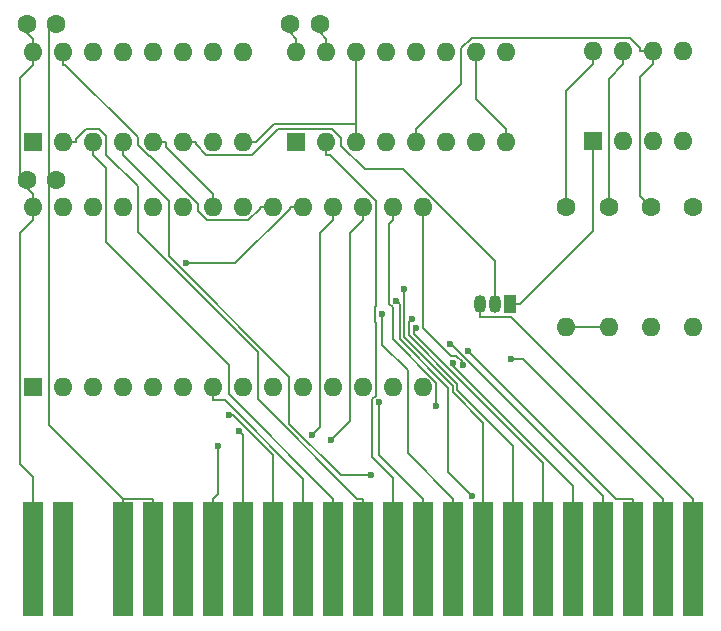
<source format=gbr>
%TF.GenerationSoftware,KiCad,Pcbnew,8.0.2*%
%TF.CreationDate,2024-05-18T23:24:33+02:00*%
%TF.ProjectId,zx81-external-eprom,7a783831-2d65-4787-9465-726e616c2d65,rev?*%
%TF.SameCoordinates,Original*%
%TF.FileFunction,Copper,L2,Bot*%
%TF.FilePolarity,Positive*%
%FSLAX46Y46*%
G04 Gerber Fmt 4.6, Leading zero omitted, Abs format (unit mm)*
G04 Created by KiCad (PCBNEW 8.0.2) date 2024-05-18 23:24:33*
%MOMM*%
%LPD*%
G01*
G04 APERTURE LIST*
%TA.AperFunction,ComponentPad*%
%ADD10C,1.600000*%
%TD*%
%TA.AperFunction,ComponentPad*%
%ADD11O,1.600000X1.600000*%
%TD*%
%TA.AperFunction,ConnectorPad*%
%ADD12R,1.778000X9.620000*%
%TD*%
%TA.AperFunction,ComponentPad*%
%ADD13R,1.600000X1.600000*%
%TD*%
%TA.AperFunction,ComponentPad*%
%ADD14R,1.050000X1.500000*%
%TD*%
%TA.AperFunction,ComponentPad*%
%ADD15O,1.050000X1.500000*%
%TD*%
%TA.AperFunction,ViaPad*%
%ADD16C,0.600000*%
%TD*%
%TA.AperFunction,Conductor*%
%ADD17C,0.200000*%
%TD*%
G04 APERTURE END LIST*
D10*
%TO.P,R1,1*%
%TO.N,Net-(U3-I0b)*%
X101980000Y-52870000D03*
D11*
%TO.P,R1,2*%
%TO.N,GND*%
X101980000Y-63030000D03*
%TD*%
D10*
%TO.P,C3,1*%
%TO.N,+5V*%
X71443300Y-37360000D03*
%TO.P,C3,2*%
%TO.N,GND*%
X73943300Y-37360000D03*
%TD*%
D12*
%TO.P,J1,A3,+5Vcc*%
%TO.N,+5V*%
X49694600Y-82670000D03*
%TO.P,J1,A4,+9Vcc*%
%TO.N,unconnected-(J1-+9Vcc-PadA4)*%
X52234600Y-82670000D03*
%TO.P,J1,A6,GND*%
%TO.N,GND*%
X57314600Y-82670000D03*
%TO.P,J1,A7,GND*%
X59854600Y-82670000D03*
%TO.P,J1,A8,CLOCK*%
%TO.N,unconnected-(J1-CLOCK-PadA8)*%
X62394600Y-82670000D03*
%TO.P,J1,A9,A0*%
%TO.N,A0*%
X64934600Y-82670000D03*
%TO.P,J1,A10,A1*%
%TO.N,A1*%
X67474600Y-82670000D03*
%TO.P,J1,A11,A2*%
%TO.N,A2*%
X70014600Y-82670000D03*
%TO.P,J1,A12,A3*%
%TO.N,A3*%
X72554600Y-82670000D03*
%TO.P,J1,A13,A15*%
%TO.N,A15*%
X75094600Y-82670000D03*
%TO.P,J1,A14,A14*%
%TO.N,A14*%
X77634600Y-82670000D03*
%TO.P,J1,A15,A13*%
%TO.N,Net-(J1-A13)*%
X80174600Y-82670000D03*
%TO.P,J1,A16,A12*%
%TO.N,A12*%
X82714600Y-82670000D03*
%TO.P,J1,A17,A11*%
%TO.N,A11*%
X85254600Y-82670000D03*
%TO.P,J1,A18,A10*%
%TO.N,A10*%
X87794600Y-82670000D03*
%TO.P,J1,A19,A9*%
%TO.N,A9*%
X90334600Y-82670000D03*
%TO.P,J1,A20,A8*%
%TO.N,A8*%
X92874600Y-82670000D03*
%TO.P,J1,A21,A7*%
%TO.N,A7*%
X95414600Y-82670000D03*
%TO.P,J1,A22,A6*%
%TO.N,A6*%
X97954600Y-82670000D03*
%TO.P,J1,A23,A5*%
%TO.N,A5*%
X100494600Y-82670000D03*
%TO.P,J1,A24,A4*%
%TO.N,A4*%
X103034600Y-82670000D03*
%TO.P,J1,A25,~{ROMCS}*%
%TO.N,Net-(J1-~{ROMCS})*%
X105574600Y-82670000D03*
%TD*%
D13*
%TO.P,U3,1,S*%
%TO.N,Net-(U3-S)*%
X71973300Y-47330000D03*
D11*
%TO.P,U3,2,I0a*%
%TO.N,Net-(J1-A13)*%
X74513300Y-47330000D03*
%TO.P,U3,3,I1a*%
%TO.N,GND*%
X77053300Y-47330000D03*
%TO.P,U3,4,Za*%
%TO.N,Net-(U2-A0)*%
X79593300Y-47330000D03*
%TO.P,U3,5,I0b*%
%TO.N,Net-(U3-I0b)*%
X82133300Y-47330000D03*
%TO.P,U3,6,I1b*%
%TO.N,Net-(J1-A13)*%
X84673300Y-47330000D03*
%TO.P,U3,7,Zb*%
%TO.N,Net-(U1-A13)*%
X87213300Y-47330000D03*
%TO.P,U3,8,GND*%
%TO.N,GND*%
X89753300Y-47330000D03*
%TO.P,U3,9,Zc*%
%TO.N,unconnected-(U3-Zc-Pad9)*%
X89753300Y-39710000D03*
%TO.P,U3,10,I1c*%
%TO.N,GND*%
X87213300Y-39710000D03*
%TO.P,U3,11,I0c*%
X84673300Y-39710000D03*
%TO.P,U3,12,Zd*%
%TO.N,unconnected-(U3-Zd-Pad12)*%
X82133300Y-39710000D03*
%TO.P,U3,13,I1d*%
%TO.N,GND*%
X79593300Y-39710000D03*
%TO.P,U3,14,I0d*%
X77053300Y-39710000D03*
%TO.P,U3,15,E*%
X74513300Y-39710000D03*
%TO.P,U3,16,VCC*%
%TO.N,+5V*%
X71973300Y-39710000D03*
%TD*%
D10*
%TO.P,R2,1*%
%TO.N,Net-(U1-A14)*%
X98406700Y-52870000D03*
D11*
%TO.P,R2,2*%
%TO.N,GND*%
X98406700Y-63030000D03*
%TD*%
D10*
%TO.P,C2,1*%
%TO.N,+5V*%
X49153300Y-37370000D03*
%TO.P,C2,2*%
%TO.N,GND*%
X51653300Y-37370000D03*
%TD*%
%TO.P,R4,1*%
%TO.N,Net-(U3-S)*%
X105553300Y-52870000D03*
D11*
%TO.P,R4,2*%
%TO.N,GND*%
X105553300Y-63030000D03*
%TD*%
D13*
%TO.P,SW2,1*%
%TO.N,+5V*%
X97123300Y-47250000D03*
D11*
%TO.P,SW2,2*%
X99663300Y-47250000D03*
%TO.P,SW2,3*%
X102203300Y-47250000D03*
%TO.P,SW2,4*%
X104743300Y-47250000D03*
%TO.P,SW2,5*%
%TO.N,Net-(U3-S)*%
X104743300Y-39630000D03*
%TO.P,SW2,6*%
%TO.N,Net-(U3-I0b)*%
X102203300Y-39630000D03*
%TO.P,SW2,7*%
%TO.N,Net-(U1-A14)*%
X99663300Y-39630000D03*
%TO.P,SW2,8*%
%TO.N,Net-(U1-A15)*%
X97123300Y-39630000D03*
%TD*%
D13*
%TO.P,U2,1,A0*%
%TO.N,Net-(U2-A0)*%
X49643300Y-47330000D03*
D11*
%TO.P,U2,2,A1*%
%TO.N,A14*%
X52183300Y-47330000D03*
%TO.P,U2,3,A2*%
%TO.N,A15*%
X54723300Y-47330000D03*
%TO.P,U2,4,E1*%
%TO.N,Net-(J1-~{MREQ})*%
X57263300Y-47330000D03*
%TO.P,U2,5,E2*%
%TO.N,Net-(J1-~{RD})*%
X59803300Y-47330000D03*
%TO.P,U2,6,E3*%
%TO.N,Net-(J1-~{RFSH})*%
X62343300Y-47330000D03*
%TO.P,U2,7,O7*%
%TO.N,unconnected-(U2-O7-Pad7)*%
X64883300Y-47330000D03*
%TO.P,U2,8,GND*%
%TO.N,GND*%
X67423300Y-47330000D03*
%TO.P,U2,9,O6*%
%TO.N,unconnected-(U2-O6-Pad9)*%
X67423300Y-39710000D03*
%TO.P,U2,10,O5*%
%TO.N,unconnected-(U2-O5-Pad10)*%
X64883300Y-39710000D03*
%TO.P,U2,11,O4*%
%TO.N,unconnected-(U2-O4-Pad11)*%
X62343300Y-39710000D03*
%TO.P,U2,12,O3*%
%TO.N,unconnected-(U2-O3-Pad12)*%
X59803300Y-39710000D03*
%TO.P,U2,13,O2*%
%TO.N,unconnected-(U2-O2-Pad13)*%
X57263300Y-39710000D03*
%TO.P,U2,14,O1*%
%TO.N,unconnected-(U2-O1-Pad14)*%
X54723300Y-39710000D03*
%TO.P,U2,15,O0*%
%TO.N,Net-(U1-~{CE})*%
X52183300Y-39710000D03*
%TO.P,U2,16,VCC*%
%TO.N,+5V*%
X49643300Y-39710000D03*
%TD*%
D13*
%TO.P,U1,1,A15*%
%TO.N,Net-(U1-A15)*%
X49633300Y-68120000D03*
D11*
%TO.P,U1,2,A12*%
%TO.N,A12*%
X52173300Y-68120000D03*
%TO.P,U1,3,A7*%
%TO.N,A7*%
X54713300Y-68120000D03*
%TO.P,U1,4,A6*%
%TO.N,A6*%
X57253300Y-68120000D03*
%TO.P,U1,5,A5*%
%TO.N,A5*%
X59793300Y-68120000D03*
%TO.P,U1,6,A4*%
%TO.N,A4*%
X62333300Y-68120000D03*
%TO.P,U1,7,A3*%
%TO.N,A3*%
X64873300Y-68120000D03*
%TO.P,U1,8,A2*%
%TO.N,A2*%
X67413300Y-68120000D03*
%TO.P,U1,9,A1*%
%TO.N,A1*%
X69953300Y-68120000D03*
%TO.P,U1,10,A0*%
%TO.N,A0*%
X72493300Y-68120000D03*
%TO.P,U1,11,D0*%
%TO.N,D0*%
X75033300Y-68120000D03*
%TO.P,U1,12,D1*%
%TO.N,D1*%
X77573300Y-68120000D03*
%TO.P,U1,13,D2*%
%TO.N,D2*%
X80113300Y-68120000D03*
%TO.P,U1,14,GND*%
%TO.N,GND*%
X82653300Y-68120000D03*
%TO.P,U1,15,D3*%
%TO.N,D3*%
X82653300Y-52880000D03*
%TO.P,U1,16,D4*%
%TO.N,D4*%
X80113300Y-52880000D03*
%TO.P,U1,17,D5*%
%TO.N,D5*%
X77573300Y-52880000D03*
%TO.P,U1,18,D6*%
%TO.N,D6*%
X75033300Y-52880000D03*
%TO.P,U1,19,D7*%
%TO.N,D7*%
X72493300Y-52880000D03*
%TO.P,U1,20,~{CE}*%
%TO.N,Net-(U1-~{CE})*%
X69953300Y-52880000D03*
%TO.P,U1,21,A10*%
%TO.N,A10*%
X67413300Y-52880000D03*
%TO.P,U1,22,~{OE/Vpp}*%
%TO.N,Net-(J1-~{RD})*%
X64873300Y-52880000D03*
%TO.P,U1,23,A11*%
%TO.N,A11*%
X62333300Y-52880000D03*
%TO.P,U1,24,A9*%
%TO.N,A9*%
X59793300Y-52880000D03*
%TO.P,U1,25,A8*%
%TO.N,A8*%
X57253300Y-52880000D03*
%TO.P,U1,26,A13*%
%TO.N,Net-(U1-A13)*%
X54713300Y-52880000D03*
%TO.P,U1,27,A14*%
%TO.N,Net-(U1-A14)*%
X52173300Y-52880000D03*
%TO.P,U1,28,VCC*%
%TO.N,+5V*%
X49633300Y-52880000D03*
%TD*%
D14*
%TO.P,Q1,1,C*%
%TO.N,+5V*%
X90090000Y-61080000D03*
D15*
%TO.P,Q1,2,B*%
%TO.N,Net-(J1-~{RFSH})*%
X88820000Y-61080000D03*
%TO.P,Q1,3,E*%
%TO.N,Net-(J1-~{ROMCS})*%
X87550000Y-61080000D03*
%TD*%
D10*
%TO.P,C1,1*%
%TO.N,+5V*%
X49133300Y-50570000D03*
%TO.P,C1,2*%
%TO.N,GND*%
X51633300Y-50570000D03*
%TD*%
%TO.P,R3,1*%
%TO.N,Net-(U1-A15)*%
X94833300Y-52870000D03*
D11*
%TO.P,R3,2*%
%TO.N,GND*%
X94833300Y-63030000D03*
%TD*%
D16*
%TO.N,D5*%
X74880200Y-72547800D03*
%TO.N,Net-(J1-~{RD})*%
X80416100Y-60791000D03*
X86880200Y-77338700D03*
%TO.N,D4*%
X83828300Y-69703300D03*
%TO.N,D3*%
X86053500Y-66248000D03*
%TO.N,D6*%
X73257400Y-72149100D03*
%TO.N,A9*%
X81722400Y-62306700D03*
%TO.N,D7*%
X62658500Y-57631500D03*
%TO.N,A2*%
X66291000Y-70440300D03*
%TO.N,A8*%
X82124100Y-63108500D03*
%TO.N,A7*%
X85251700Y-66035100D03*
%TO.N,Net-(J1-~{MREQ})*%
X78315200Y-75567800D03*
%TO.N,A4*%
X90170600Y-65717000D03*
%TO.N,A1*%
X67113200Y-71830500D03*
%TO.N,A6*%
X85004600Y-64429900D03*
%TO.N,A12*%
X78998300Y-69361300D03*
%TO.N,A11*%
X79255400Y-61912000D03*
%TO.N,A5*%
X86539300Y-65031700D03*
%TO.N,A10*%
X81120600Y-59802900D03*
%TO.N,A0*%
X65360500Y-73121900D03*
%TD*%
D17*
%TO.N,Net-(U3-I0b)*%
X101064100Y-51954100D02*
X101980000Y-52870000D01*
X101064100Y-41870900D02*
X101064100Y-51954100D01*
X102203300Y-40731700D02*
X101064100Y-41870900D01*
X102203300Y-39630000D02*
X102203300Y-40731700D01*
X101101600Y-39401700D02*
X101101600Y-39630000D01*
X100210900Y-38511000D02*
X101101600Y-39401700D01*
X86819800Y-38511000D02*
X100210900Y-38511000D01*
X85943300Y-39387500D02*
X86819800Y-38511000D01*
X85943300Y-42418300D02*
X85943300Y-39387500D01*
X82133300Y-46228300D02*
X85943300Y-42418300D01*
X82133300Y-47330000D02*
X82133300Y-46228300D01*
X102203300Y-39630000D02*
X101101600Y-39630000D01*
%TO.N,Net-(U1-~{CE})*%
X52411600Y-40811700D02*
X52183300Y-40811700D01*
X58533300Y-46933400D02*
X52411600Y-40811700D01*
X58533300Y-47645000D02*
X58533300Y-46933400D01*
X59464300Y-48576000D02*
X58533300Y-47645000D01*
X59597400Y-48576000D02*
X59464300Y-48576000D01*
X63603300Y-52581900D02*
X59597400Y-48576000D01*
X63603300Y-53207000D02*
X63603300Y-52581900D01*
X64385800Y-53989500D02*
X63603300Y-53207000D01*
X67879800Y-53989500D02*
X64385800Y-53989500D01*
X68851600Y-53017700D02*
X67879800Y-53989500D01*
X68851600Y-52880000D02*
X68851600Y-53017700D01*
X69953300Y-52880000D02*
X68851600Y-52880000D01*
X52183300Y-39710000D02*
X52183300Y-40811700D01*
%TO.N,Net-(U1-A14)*%
X98406700Y-41988300D02*
X99663300Y-40731700D01*
X98406700Y-52870000D02*
X98406700Y-41988300D01*
X99663300Y-39630000D02*
X99663300Y-40731700D01*
%TO.N,Net-(U1-A15)*%
X94833300Y-43021700D02*
X97123300Y-40731700D01*
X94833300Y-52870000D02*
X94833300Y-43021700D01*
X97123300Y-39630000D02*
X97123300Y-40731700D01*
%TO.N,D5*%
X76471600Y-70956400D02*
X74880200Y-72547800D01*
X76471600Y-55083400D02*
X76471600Y-70956400D01*
X77573300Y-53981700D02*
X76471600Y-55083400D01*
X77573300Y-52880000D02*
X77573300Y-53981700D01*
%TO.N,Net-(J1-~{RD})*%
X60905000Y-47810000D02*
X60905000Y-47330000D01*
X64873300Y-51778300D02*
X60905000Y-47810000D01*
X64873300Y-52880000D02*
X64873300Y-51778300D01*
X59803300Y-47330000D02*
X60905000Y-47330000D01*
X84802900Y-75261400D02*
X86880200Y-77338700D01*
X84802900Y-68141400D02*
X84802900Y-75261400D01*
X80718900Y-64057400D02*
X84802900Y-68141400D01*
X80718900Y-61093800D02*
X80718900Y-64057400D01*
X80416100Y-60791000D02*
X80718900Y-61093800D01*
%TO.N,D4*%
X80113300Y-52880000D02*
X80113300Y-53981700D01*
X83828300Y-67736900D02*
X83828300Y-69703300D01*
X80113300Y-64021900D02*
X83828300Y-67736900D01*
X80113300Y-61339000D02*
X80113300Y-64021900D01*
X79814400Y-61040100D02*
X80113300Y-61339000D01*
X79814400Y-54280600D02*
X79814400Y-61040100D01*
X80113300Y-53981700D02*
X79814400Y-54280600D01*
%TO.N,D3*%
X82653300Y-52880000D02*
X82653300Y-53981700D01*
X82725800Y-54054200D02*
X82653300Y-53981700D01*
X82725800Y-63078800D02*
X82725800Y-54054200D01*
X85080400Y-65433400D02*
X82725800Y-63078800D01*
X85500900Y-65433400D02*
X85080400Y-65433400D01*
X86053500Y-65986000D02*
X85500900Y-65433400D01*
X86053500Y-66248000D02*
X86053500Y-65986000D01*
%TO.N,D6*%
X75033300Y-52880000D02*
X75033300Y-53981700D01*
X73931600Y-71474900D02*
X73257400Y-72149100D01*
X73931600Y-55083400D02*
X73931600Y-71474900D01*
X75033300Y-53981700D02*
X73931600Y-55083400D01*
%TO.N,A9*%
X81522300Y-62506800D02*
X81722400Y-62306700D01*
X81522300Y-63724800D02*
X81522300Y-62506800D01*
X85606300Y-67808800D02*
X81522300Y-63724800D01*
X85606300Y-68375900D02*
X85606300Y-67808800D01*
X90334600Y-73104200D02*
X85606300Y-68375900D01*
X90334600Y-82670000D02*
X90334600Y-73104200D01*
%TO.N,A14*%
X53285000Y-47101700D02*
X53285000Y-47330000D01*
X54162300Y-46224400D02*
X53285000Y-47101700D01*
X55247800Y-46224400D02*
X54162300Y-46224400D01*
X55832000Y-46808600D02*
X55247800Y-46224400D01*
X55832000Y-48414800D02*
X55832000Y-46808600D01*
X58523300Y-51106100D02*
X55832000Y-48414800D01*
X58523300Y-54937900D02*
X58523300Y-51106100D01*
X68683300Y-65097900D02*
X58523300Y-54937900D01*
X68683300Y-69150300D02*
X68683300Y-65097900D01*
X77091300Y-77558300D02*
X68683300Y-69150300D01*
X77634600Y-77558300D02*
X77091300Y-77558300D01*
X77634600Y-82670000D02*
X77634600Y-77558300D01*
X52183300Y-47330000D02*
X53285000Y-47330000D01*
%TO.N,D7*%
X66777800Y-57631500D02*
X62658500Y-57631500D01*
X71391600Y-53017700D02*
X66777800Y-57631500D01*
X71391600Y-52880000D02*
X71391600Y-53017700D01*
X72493300Y-52880000D02*
X71391600Y-52880000D01*
%TO.N,Net-(J1-~{RFSH})*%
X63445000Y-47558300D02*
X63445000Y-47330000D01*
X64320900Y-48434200D02*
X63445000Y-47558300D01*
X68194600Y-48434200D02*
X64320900Y-48434200D01*
X70400500Y-46228300D02*
X68194600Y-48434200D01*
X74978800Y-46228300D02*
X70400500Y-46228300D01*
X75783300Y-47032800D02*
X74978800Y-46228300D01*
X75783300Y-47657400D02*
X75783300Y-47032800D01*
X77759000Y-49633100D02*
X75783300Y-47657400D01*
X80984600Y-49633100D02*
X77759000Y-49633100D01*
X88820000Y-57468500D02*
X80984600Y-49633100D01*
X88820000Y-61080000D02*
X88820000Y-57468500D01*
X62343300Y-47330000D02*
X63445000Y-47330000D01*
%TO.N,A2*%
X70014600Y-82670000D02*
X70014600Y-77558300D01*
X70014600Y-73880700D02*
X70014600Y-77558300D01*
X66574200Y-70440300D02*
X70014600Y-73880700D01*
X66291000Y-70440300D02*
X66574200Y-70440300D01*
%TO.N,Net-(J1-A13)*%
X74513300Y-47330000D02*
X74513300Y-48431700D01*
X80174600Y-75809500D02*
X80174600Y-82670000D01*
X78385900Y-74020800D02*
X80174600Y-75809500D01*
X78385900Y-69118600D02*
X78385900Y-74020800D01*
X78680600Y-68823900D02*
X78385900Y-69118600D01*
X78680600Y-62614500D02*
X78680600Y-68823900D01*
X78627700Y-62561600D02*
X78680600Y-62614500D01*
X78627700Y-61303700D02*
X78627700Y-62561600D01*
X78679000Y-61252400D02*
X78627700Y-61303700D01*
X78679000Y-52322000D02*
X78679000Y-61252400D01*
X74788700Y-48431700D02*
X78679000Y-52322000D01*
X74513300Y-48431700D02*
X74788700Y-48431700D01*
%TO.N,A8*%
X92874600Y-82670000D02*
X92874600Y-77558300D01*
X81939800Y-63292800D02*
X82124100Y-63108500D01*
X81939800Y-63574300D02*
X81939800Y-63292800D01*
X92874600Y-74509100D02*
X81939800Y-63574300D01*
X92874600Y-77558300D02*
X92874600Y-74509100D01*
%TO.N,A7*%
X95414600Y-82670000D02*
X95414600Y-77558300D01*
X85251700Y-66318100D02*
X85251700Y-66035100D01*
X95414600Y-76481000D02*
X85251700Y-66318100D01*
X95414600Y-77558300D02*
X95414600Y-76481000D01*
%TO.N,A15*%
X66232600Y-68696300D02*
X75094600Y-77558300D01*
X66232600Y-66239500D02*
X66232600Y-68696300D01*
X55825000Y-55831900D02*
X66232600Y-66239500D01*
X55825000Y-49533400D02*
X55825000Y-55831900D01*
X54723300Y-48431700D02*
X55825000Y-49533400D01*
X54723300Y-47330000D02*
X54723300Y-48431700D01*
X75094600Y-82670000D02*
X75094600Y-77558300D01*
%TO.N,Net-(J1-~{MREQ})*%
X57263300Y-47330000D02*
X57263300Y-48431700D01*
X61189600Y-52358000D02*
X57263300Y-48431700D01*
X61189600Y-57013400D02*
X61189600Y-52358000D01*
X71389600Y-67213400D02*
X61189600Y-57013400D01*
X71389600Y-71195300D02*
X71389600Y-67213400D01*
X75762100Y-75567800D02*
X71389600Y-71195300D01*
X78315200Y-75567800D02*
X75762100Y-75567800D01*
%TO.N,A4*%
X103034600Y-82670000D02*
X103034600Y-77558300D01*
X91193300Y-65717000D02*
X90170600Y-65717000D01*
X103034600Y-77558300D02*
X91193300Y-65717000D01*
%TO.N,A1*%
X67474600Y-82670000D02*
X67474600Y-77558300D01*
X67474600Y-72191900D02*
X67474600Y-77558300D01*
X67113200Y-71830500D02*
X67474600Y-72191900D01*
%TO.N,A6*%
X97954600Y-82670000D02*
X97954600Y-77558300D01*
X85004600Y-64430000D02*
X85004600Y-64429900D01*
X85086400Y-64430000D02*
X85004600Y-64430000D01*
X97954600Y-77298200D02*
X85086400Y-64430000D01*
X97954600Y-77558300D02*
X97954600Y-77298200D01*
%TO.N,A12*%
X82714600Y-82670000D02*
X82714600Y-77558300D01*
X78998300Y-73842000D02*
X82714600Y-77558300D01*
X78998300Y-69361300D02*
X78998300Y-73842000D01*
%TO.N,A11*%
X85254600Y-82670000D02*
X85254600Y-77558300D01*
X79255400Y-64517800D02*
X79255400Y-61912000D01*
X81383300Y-66645700D02*
X79255400Y-64517800D01*
X81383300Y-73687000D02*
X81383300Y-66645700D01*
X85254600Y-77558300D02*
X81383300Y-73687000D01*
%TO.N,A3*%
X72554600Y-82670000D02*
X72554600Y-77558300D01*
X64873300Y-68120000D02*
X64873300Y-69221700D01*
X72554600Y-75852600D02*
X72554600Y-77558300D01*
X65923700Y-69221700D02*
X72554600Y-75852600D01*
X64873300Y-69221700D02*
X65923700Y-69221700D01*
%TO.N,Net-(J1-~{ROMCS})*%
X90148000Y-62131700D02*
X105574600Y-77558300D01*
X87550000Y-62131700D02*
X90148000Y-62131700D01*
X87550000Y-61080000D02*
X87550000Y-62131700D01*
X105574600Y-82670000D02*
X105574600Y-77558300D01*
%TO.N,A5*%
X100494600Y-82670000D02*
X100494600Y-77558300D01*
X99065900Y-77558300D02*
X86539300Y-65031700D01*
X100494600Y-77558300D02*
X99065900Y-77558300D01*
%TO.N,A10*%
X81120600Y-63891100D02*
X81120600Y-59802900D01*
X85204600Y-67975100D02*
X81120600Y-63891100D01*
X85204600Y-68543100D02*
X85204600Y-67975100D01*
X87794600Y-71133100D02*
X85204600Y-68543100D01*
X87794600Y-82670000D02*
X87794600Y-71133100D01*
%TO.N,A0*%
X64934600Y-82670000D02*
X64934600Y-77558300D01*
X65360500Y-77132400D02*
X65360500Y-73121900D01*
X64934600Y-77558300D02*
X65360500Y-77132400D01*
%TO.N,+5V*%
X49633300Y-52880000D02*
X49633300Y-51778300D01*
X49153300Y-38118300D02*
X49153300Y-37370000D01*
X49643300Y-38608300D02*
X49153300Y-38118300D01*
X49643300Y-39710000D02*
X49643300Y-38608300D01*
X71443300Y-38078300D02*
X71443300Y-37360000D01*
X71973300Y-38608300D02*
X71443300Y-38078300D01*
X71973300Y-39710000D02*
X71973300Y-38608300D01*
X48531600Y-55083400D02*
X49633300Y-53981700D01*
X48531600Y-74573500D02*
X48531600Y-55083400D01*
X49694600Y-75736500D02*
X48531600Y-74573500D01*
X49694600Y-82670000D02*
X49694600Y-75736500D01*
X49633300Y-52880000D02*
X49633300Y-53981700D01*
X49643300Y-39710000D02*
X49643300Y-40811700D01*
X49133300Y-51278300D02*
X49133300Y-50570000D01*
X49633300Y-51778300D02*
X49133300Y-51278300D01*
X48541600Y-41913400D02*
X49643300Y-40811700D01*
X48541600Y-49978300D02*
X48541600Y-41913400D01*
X49133300Y-50570000D02*
X48541600Y-49978300D01*
X97123300Y-54873400D02*
X97123300Y-47250000D01*
X90916700Y-61080000D02*
X97123300Y-54873400D01*
X90090000Y-61080000D02*
X90916700Y-61080000D01*
%TO.N,GND*%
X73943300Y-38038300D02*
X73943300Y-37360000D01*
X74513300Y-38608300D02*
X73943300Y-38038300D01*
X74513300Y-39710000D02*
X74513300Y-38608300D01*
X59854600Y-82670000D02*
X59854600Y-77558300D01*
X57314600Y-82670000D02*
X57314600Y-77558300D01*
X59854600Y-77558300D02*
X57314600Y-77558300D01*
X51046000Y-71289700D02*
X57314600Y-77558300D01*
X51046000Y-51157300D02*
X51046000Y-71289700D01*
X51633300Y-50570000D02*
X51046000Y-51157300D01*
X51039000Y-37984300D02*
X51653300Y-37370000D01*
X51039000Y-49975700D02*
X51039000Y-37984300D01*
X51633300Y-50570000D02*
X51039000Y-49975700D01*
X98406700Y-63030000D02*
X94833300Y-63030000D01*
X67423300Y-47330000D02*
X68525000Y-47330000D01*
X70058700Y-45796300D02*
X68525000Y-47330000D01*
X77053300Y-45796300D02*
X70058700Y-45796300D01*
X77053300Y-39710000D02*
X77053300Y-45796300D01*
X77053300Y-45796300D02*
X77053300Y-47330000D01*
X87213300Y-43688300D02*
X87213300Y-39710000D01*
X89753300Y-46228300D02*
X87213300Y-43688300D01*
X89753300Y-47330000D02*
X89753300Y-46228300D01*
%TD*%
M02*

</source>
